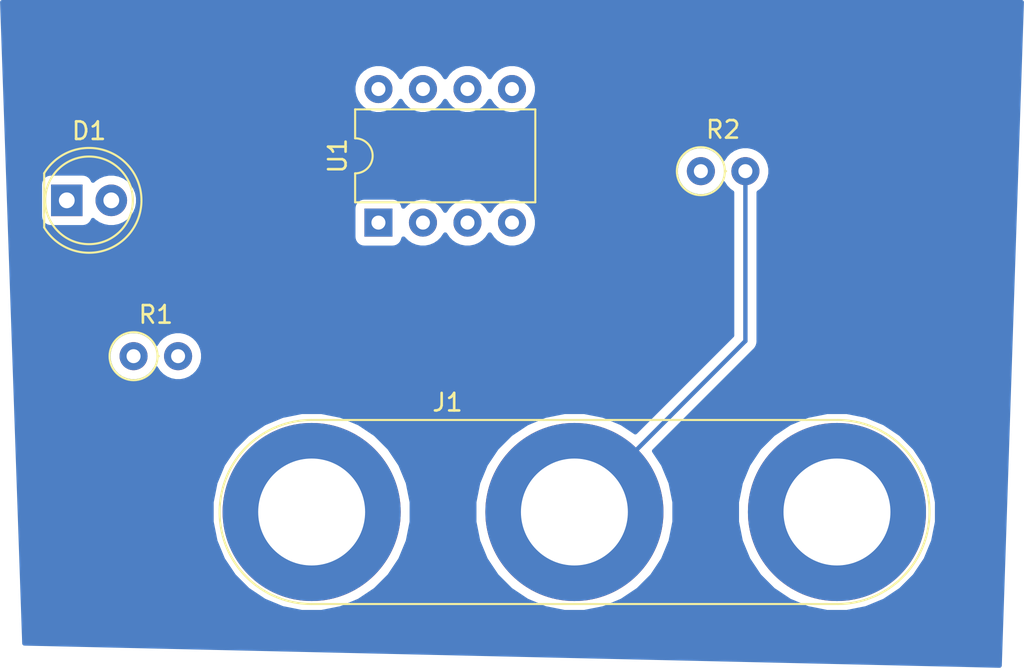
<source format=kicad_pcb>
(kicad_pcb (version 20171130) (host pcbnew 5.1.6-c6e7f7d~87~ubuntu18.04.1)

  (general
    (thickness 1.6)
    (drawings 0)
    (tracks 25)
    (zones 0)
    (modules 5)
    (nets 11)
  )

  (page A4)
  (layers
    (0 F.Cu signal)
    (1 In1.Cu signal)
    (2 In2.Cu signal)
    (31 B.Cu signal)
    (32 B.Adhes user)
    (33 F.Adhes user)
    (34 B.Paste user)
    (35 F.Paste user)
    (36 B.SilkS user)
    (37 F.SilkS user)
    (38 B.Mask user)
    (39 F.Mask user)
    (40 Dwgs.User user)
    (41 Cmts.User user)
    (42 Eco1.User user)
    (43 Eco2.User user)
    (44 Edge.Cuts user)
    (45 Margin user)
    (46 B.CrtYd user)
    (47 F.CrtYd user)
    (48 B.Fab user)
    (49 F.Fab user)
  )

  (setup
    (last_trace_width 0.25)
    (user_trace_width 0.6096)
    (trace_clearance 0.2)
    (zone_clearance 0.508)
    (zone_45_only no)
    (trace_min 0.2)
    (via_size 0.8)
    (via_drill 0.4)
    (via_min_size 0.4)
    (via_min_drill 0.3)
    (uvia_size 0.3)
    (uvia_drill 0.1)
    (uvias_allowed no)
    (uvia_min_size 0.2)
    (uvia_min_drill 0.1)
    (edge_width 0.05)
    (segment_width 0.2)
    (pcb_text_width 0.3)
    (pcb_text_size 1.5 1.5)
    (mod_edge_width 0.12)
    (mod_text_size 1 1)
    (mod_text_width 0.15)
    (pad_size 1.524 1.524)
    (pad_drill 0.762)
    (pad_to_mask_clearance 0.05)
    (aux_axis_origin 0 0)
    (visible_elements FFFFFF7F)
    (pcbplotparams
      (layerselection 0x010fc_ffffffff)
      (usegerberextensions false)
      (usegerberattributes true)
      (usegerberadvancedattributes true)
      (creategerberjobfile true)
      (excludeedgelayer true)
      (linewidth 0.100000)
      (plotframeref false)
      (viasonmask false)
      (mode 1)
      (useauxorigin false)
      (hpglpennumber 1)
      (hpglpenspeed 20)
      (hpglpendiameter 15.000000)
      (psnegative false)
      (psa4output false)
      (plotreference true)
      (plotvalue true)
      (plotinvisibletext false)
      (padsonsilk false)
      (subtractmaskfromsilk false)
      (outputformat 1)
      (mirror false)
      (drillshape 1)
      (scaleselection 1)
      (outputdirectory ""))
  )

  (net 0 "")
  (net 1 "Net-(D1-Pad1)")
  (net 2 "Net-(D1-Pad2)")
  (net 3 VCC)
  (net 4 GND)
  (net 5 "Net-(J1-Pad2)")
  (net 6 /INPUT)
  (net 7 "Net-(U1-Pad5)")
  (net 8 "Net-(U1-Pad2)")
  (net 9 "Net-(U1-Pad3)")
  (net 10 "Net-(U1-Pad4)")

  (net_class Default "This is the default net class."
    (clearance 0.2)
    (trace_width 0.25)
    (via_dia 0.8)
    (via_drill 0.4)
    (uvia_dia 0.3)
    (uvia_drill 0.1)
    (add_net /INPUT)
    (add_net GND)
    (add_net "Net-(D1-Pad1)")
    (add_net "Net-(D1-Pad2)")
    (add_net "Net-(J1-Pad2)")
    (add_net "Net-(U1-Pad2)")
    (add_net "Net-(U1-Pad3)")
    (add_net "Net-(U1-Pad4)")
    (add_net "Net-(U1-Pad5)")
    (add_net VCC)
  )

  (module LED_THT:LED_D5.0mm (layer F.Cu) (tedit 5995936A) (tstamp 5F3E97CD)
    (at 104.14 -421.64)
    (descr "LED, diameter 5.0mm, 2 pins, http://cdn-reichelt.de/documents/datenblatt/A500/LL-504BC2E-009.pdf")
    (tags "LED diameter 5.0mm 2 pins")
    (path /5F3E2989)
    (fp_text reference D1 (at 1.27 -3.96) (layer F.SilkS)
      (effects (font (size 1 1) (thickness 0.15)))
    )
    (fp_text value LED (at 1.27 3.96) (layer F.Fab)
      (effects (font (size 1 1) (thickness 0.15)))
    )
    (fp_line (start 4.5 -3.25) (end -1.95 -3.25) (layer F.CrtYd) (width 0.05))
    (fp_line (start 4.5 3.25) (end 4.5 -3.25) (layer F.CrtYd) (width 0.05))
    (fp_line (start -1.95 3.25) (end 4.5 3.25) (layer F.CrtYd) (width 0.05))
    (fp_line (start -1.95 -3.25) (end -1.95 3.25) (layer F.CrtYd) (width 0.05))
    (fp_line (start -1.29 -1.545) (end -1.29 1.545) (layer F.SilkS) (width 0.12))
    (fp_line (start -1.23 -1.469694) (end -1.23 1.469694) (layer F.Fab) (width 0.1))
    (fp_circle (center 1.27 0) (end 3.77 0) (layer F.SilkS) (width 0.12))
    (fp_circle (center 1.27 0) (end 3.77 0) (layer F.Fab) (width 0.1))
    (fp_arc (start 1.27 0) (end -1.23 -1.469694) (angle 299.1) (layer F.Fab) (width 0.1))
    (fp_arc (start 1.27 0) (end -1.29 -1.54483) (angle 148.9) (layer F.SilkS) (width 0.12))
    (fp_arc (start 1.27 0) (end -1.29 1.54483) (angle -148.9) (layer F.SilkS) (width 0.12))
    (fp_text user %R (at 1.25 0) (layer F.Fab)
      (effects (font (size 0.8 0.8) (thickness 0.2)))
    )
    (pad 1 thru_hole rect (at 0 0) (size 1.8 1.8) (drill 0.9) (layers *.Cu *.Mask)
      (net 1 "Net-(D1-Pad1)"))
    (pad 2 thru_hole circle (at 2.54 0) (size 1.8 1.8) (drill 0.9) (layers *.Cu *.Mask)
      (net 2 "Net-(D1-Pad2)"))
    (model ${KISYS3DMOD}/LED_THT.3dshapes/LED_D5.0mm.wrl
      (at (xyz 0 0 0))
      (scale (xyz 1 1 1))
      (rotate (xyz 0 0 0))
    )
  )

  (module Connector:Banana_Jack_3Pin (layer F.Cu) (tedit 5A1AB217) (tstamp 5F3E97E3)
    (at 118.11 -403.86)
    (descr "Triple banana socket, footprint - 3 x 6mm drills")
    (tags "banana socket")
    (path /5F3E2F56)
    (fp_text reference J1 (at 7.75 -6.25) (layer F.SilkS)
      (effects (font (size 1 1) (thickness 0.15)))
    )
    (fp_text value MYCONN3 (at 22.5 -6.25) (layer F.Fab)
      (effects (font (size 1 1) (thickness 0.15)))
    )
    (fp_circle (center 0 0) (end 2 0) (layer F.Fab) (width 0.1))
    (fp_circle (center 0 0) (end 4.75 0) (layer F.Fab) (width 0.1))
    (fp_circle (center 15 0) (end 17 0) (layer F.Fab) (width 0.1))
    (fp_circle (center 15 0) (end 19.75 0) (layer F.Fab) (width 0.1))
    (fp_circle (center 30 0) (end 30 -4.75) (layer F.Fab) (width 0.1))
    (fp_circle (center 30 0) (end 30 -2) (layer F.Fab) (width 0.1))
    (fp_line (start 30 -5.25) (end 0 -5.25) (layer F.SilkS) (width 0.12))
    (fp_line (start 0 5.25) (end 30 5.25) (layer F.SilkS) (width 0.12))
    (fp_line (start 0 -5.5) (end 30 -5.5) (layer F.CrtYd) (width 0.05))
    (fp_line (start 30 5.5) (end 0 5.5) (layer F.CrtYd) (width 0.05))
    (fp_text user %R (at 14.99 0) (layer F.Fab)
      (effects (font (size 0.8 0.8) (thickness 0.12)))
    )
    (fp_arc (start 0 0) (end 0 5.5) (angle 180) (layer F.CrtYd) (width 0.05))
    (fp_arc (start 30 0) (end 30 -5.5) (angle 180) (layer F.CrtYd) (width 0.05))
    (fp_arc (start 30 0) (end 30 -5.25) (angle 180) (layer F.SilkS) (width 0.12))
    (fp_arc (start 0 0) (end 0 5.25) (angle 180) (layer F.SilkS) (width 0.12))
    (pad 1 thru_hole circle (at 0 0) (size 10.16 10.16) (drill 6.1) (layers *.Cu *.Mask)
      (net 3 VCC))
    (pad 3 thru_hole circle (at 29.97 0) (size 10.16 10.16) (drill 6.1) (layers *.Cu *.Mask)
      (net 4 GND))
    (pad 2 thru_hole circle (at 14.99 0) (size 10.16 10.16) (drill 6.1) (layers *.Cu *.Mask)
      (net 5 "Net-(J1-Pad2)"))
    (model ${KISYS3DMOD}/Connector.3dshapes/Banana_Jack_3Pin.wrl
      (offset (xyz 14.9999997746626 0 0))
      (scale (xyz 2 2 2))
      (rotate (xyz 0 0 0))
    )
  )

  (module Resistor_THT:R_Axial_DIN0207_L6.3mm_D2.5mm_P2.54mm_Vertical (layer F.Cu) (tedit 5AE5139B) (tstamp 5F3E97F2)
    (at 107.95 -412.75)
    (descr "Resistor, Axial_DIN0207 series, Axial, Vertical, pin pitch=2.54mm, 0.25W = 1/4W, length*diameter=6.3*2.5mm^2, http://cdn-reichelt.de/documents/datenblatt/B400/1_4W%23YAG.pdf")
    (tags "Resistor Axial_DIN0207 series Axial Vertical pin pitch 2.54mm 0.25W = 1/4W length 6.3mm diameter 2.5mm")
    (path /5F3E13A9)
    (fp_text reference R1 (at 1.27 -2.37) (layer F.SilkS)
      (effects (font (size 1 1) (thickness 0.15)))
    )
    (fp_text value 1k (at 1.27 2.37) (layer F.Fab)
      (effects (font (size 1 1) (thickness 0.15)))
    )
    (fp_line (start 3.59 -1.5) (end -1.5 -1.5) (layer F.CrtYd) (width 0.05))
    (fp_line (start 3.59 1.5) (end 3.59 -1.5) (layer F.CrtYd) (width 0.05))
    (fp_line (start -1.5 1.5) (end 3.59 1.5) (layer F.CrtYd) (width 0.05))
    (fp_line (start -1.5 -1.5) (end -1.5 1.5) (layer F.CrtYd) (width 0.05))
    (fp_line (start 1.37 0) (end 1.44 0) (layer F.SilkS) (width 0.12))
    (fp_line (start 0 0) (end 2.54 0) (layer F.Fab) (width 0.1))
    (fp_circle (center 0 0) (end 1.37 0) (layer F.SilkS) (width 0.12))
    (fp_circle (center 0 0) (end 1.25 0) (layer F.Fab) (width 0.1))
    (fp_text user %R (at 1.27 -2.37) (layer F.Fab)
      (effects (font (size 1 1) (thickness 0.15)))
    )
    (pad 1 thru_hole circle (at 0 0) (size 1.6 1.6) (drill 0.8) (layers *.Cu *.Mask)
      (net 2 "Net-(D1-Pad2)"))
    (pad 2 thru_hole oval (at 2.54 0) (size 1.6 1.6) (drill 0.8) (layers *.Cu *.Mask)
      (net 3 VCC))
    (model ${KISYS3DMOD}/Resistor_THT.3dshapes/R_Axial_DIN0207_L6.3mm_D2.5mm_P2.54mm_Vertical.wrl
      (at (xyz 0 0 0))
      (scale (xyz 1 1 1))
      (rotate (xyz 0 0 0))
    )
  )

  (module Resistor_THT:R_Axial_DIN0207_L6.3mm_D2.5mm_P2.54mm_Vertical (layer F.Cu) (tedit 5AE5139B) (tstamp 5F3E9801)
    (at 140.315 -423.305)
    (descr "Resistor, Axial_DIN0207 series, Axial, Vertical, pin pitch=2.54mm, 0.25W = 1/4W, length*diameter=6.3*2.5mm^2, http://cdn-reichelt.de/documents/datenblatt/B400/1_4W%23YAG.pdf")
    (tags "Resistor Axial_DIN0207 series Axial Vertical pin pitch 2.54mm 0.25W = 1/4W length 6.3mm diameter 2.5mm")
    (path /5F3E1BB9)
    (fp_text reference R2 (at 1.27 -2.37) (layer F.SilkS)
      (effects (font (size 1 1) (thickness 0.15)))
    )
    (fp_text value 100 (at 1.27 2.37) (layer F.Fab)
      (effects (font (size 1 1) (thickness 0.15)))
    )
    (fp_text user %R (at 1.27 -2.37) (layer F.Fab)
      (effects (font (size 1 1) (thickness 0.15)))
    )
    (fp_circle (center 0 0) (end 1.25 0) (layer F.Fab) (width 0.1))
    (fp_circle (center 0 0) (end 1.37 0) (layer F.SilkS) (width 0.12))
    (fp_line (start 0 0) (end 2.54 0) (layer F.Fab) (width 0.1))
    (fp_line (start 1.37 0) (end 1.44 0) (layer F.SilkS) (width 0.12))
    (fp_line (start -1.5 -1.5) (end -1.5 1.5) (layer F.CrtYd) (width 0.05))
    (fp_line (start -1.5 1.5) (end 3.59 1.5) (layer F.CrtYd) (width 0.05))
    (fp_line (start 3.59 1.5) (end 3.59 -1.5) (layer F.CrtYd) (width 0.05))
    (fp_line (start 3.59 -1.5) (end -1.5 -1.5) (layer F.CrtYd) (width 0.05))
    (pad 2 thru_hole oval (at 2.54 0) (size 1.6 1.6) (drill 0.8) (layers *.Cu *.Mask)
      (net 5 "Net-(J1-Pad2)"))
    (pad 1 thru_hole circle (at 0 0) (size 1.6 1.6) (drill 0.8) (layers *.Cu *.Mask)
      (net 6 /INPUT))
    (model ${KISYS3DMOD}/Resistor_THT.3dshapes/R_Axial_DIN0207_L6.3mm_D2.5mm_P2.54mm_Vertical.wrl
      (at (xyz 0 0 0))
      (scale (xyz 1 1 1))
      (rotate (xyz 0 0 0))
    )
  )

  (module Package_DIP:DIP-8_W7.62mm (layer F.Cu) (tedit 5A02E8C5) (tstamp 5F3E981D)
    (at 121.92 -420.37 90)
    (descr "8-lead though-hole mounted DIP package, row spacing 7.62 mm (300 mils)")
    (tags "THT DIP DIL PDIP 2.54mm 7.62mm 300mil")
    (path /5F3E1F69)
    (fp_text reference U1 (at 3.81 -2.33 90) (layer F.SilkS)
      (effects (font (size 1 1) (thickness 0.15)))
    )
    (fp_text value PIC12F508-ISN (at 3.81 9.95 90) (layer F.Fab)
      (effects (font (size 1 1) (thickness 0.15)))
    )
    (fp_line (start 8.7 -1.55) (end -1.1 -1.55) (layer F.CrtYd) (width 0.05))
    (fp_line (start 8.7 9.15) (end 8.7 -1.55) (layer F.CrtYd) (width 0.05))
    (fp_line (start -1.1 9.15) (end 8.7 9.15) (layer F.CrtYd) (width 0.05))
    (fp_line (start -1.1 -1.55) (end -1.1 9.15) (layer F.CrtYd) (width 0.05))
    (fp_line (start 6.46 -1.33) (end 4.81 -1.33) (layer F.SilkS) (width 0.12))
    (fp_line (start 6.46 8.95) (end 6.46 -1.33) (layer F.SilkS) (width 0.12))
    (fp_line (start 1.16 8.95) (end 6.46 8.95) (layer F.SilkS) (width 0.12))
    (fp_line (start 1.16 -1.33) (end 1.16 8.95) (layer F.SilkS) (width 0.12))
    (fp_line (start 2.81 -1.33) (end 1.16 -1.33) (layer F.SilkS) (width 0.12))
    (fp_line (start 0.635 -0.27) (end 1.635 -1.27) (layer F.Fab) (width 0.1))
    (fp_line (start 0.635 8.89) (end 0.635 -0.27) (layer F.Fab) (width 0.1))
    (fp_line (start 6.985 8.89) (end 0.635 8.89) (layer F.Fab) (width 0.1))
    (fp_line (start 6.985 -1.27) (end 6.985 8.89) (layer F.Fab) (width 0.1))
    (fp_line (start 1.635 -1.27) (end 6.985 -1.27) (layer F.Fab) (width 0.1))
    (fp_arc (start 3.81 -1.33) (end 2.81 -1.33) (angle -180) (layer F.SilkS) (width 0.12))
    (fp_text user %R (at 3.81 3.81 90) (layer F.Fab)
      (effects (font (size 1 1) (thickness 0.15)))
    )
    (pad 1 thru_hole rect (at 0 0 90) (size 1.6 1.6) (drill 0.8) (layers *.Cu *.Mask)
      (net 3 VCC))
    (pad 5 thru_hole oval (at 7.62 7.62 90) (size 1.6 1.6) (drill 0.8) (layers *.Cu *.Mask)
      (net 7 "Net-(U1-Pad5)"))
    (pad 2 thru_hole oval (at 0 2.54 90) (size 1.6 1.6) (drill 0.8) (layers *.Cu *.Mask)
      (net 8 "Net-(U1-Pad2)"))
    (pad 6 thru_hole oval (at 7.62 5.08 90) (size 1.6 1.6) (drill 0.8) (layers *.Cu *.Mask)
      (net 6 /INPUT))
    (pad 3 thru_hole oval (at 0 5.08 90) (size 1.6 1.6) (drill 0.8) (layers *.Cu *.Mask)
      (net 9 "Net-(U1-Pad3)"))
    (pad 7 thru_hole oval (at 7.62 2.54 90) (size 1.6 1.6) (drill 0.8) (layers *.Cu *.Mask)
      (net 1 "Net-(D1-Pad1)"))
    (pad 4 thru_hole oval (at 0 7.62 90) (size 1.6 1.6) (drill 0.8) (layers *.Cu *.Mask)
      (net 10 "Net-(U1-Pad4)"))
    (pad 8 thru_hole oval (at 7.62 0 90) (size 1.6 1.6) (drill 0.8) (layers *.Cu *.Mask)
      (net 4 GND))
    (model ${KISYS3DMOD}/Package_DIP.3dshapes/DIP-8_W7.62mm.wrl
      (at (xyz 0 0 0))
      (scale (xyz 1 1 1))
      (rotate (xyz 0 0 0))
    )
  )

  (segment (start 104.14 -421.64) (end 105.3653 -421.64) (width 0.25) (layer In2.Cu) (net 1))
  (segment (start 124.46 -427.99) (end 123.3347 -427.99) (width 0.25) (layer In2.Cu) (net 1))
  (segment (start 123.3347 -427.99) (end 123.3347 -427.7086) (width 0.25) (layer In2.Cu) (net 1))
  (segment (start 123.3347 -427.7086) (end 118.4914 -422.8653) (width 0.25) (layer In2.Cu) (net 1))
  (segment (start 118.4914 -422.8653) (end 106.131 -422.8653) (width 0.25) (layer In2.Cu) (net 1))
  (segment (start 106.131 -422.8653) (end 105.3653 -422.0996) (width 0.25) (layer In2.Cu) (net 1))
  (segment (start 105.3653 -422.0996) (end 105.3653 -421.64) (width 0.25) (layer In2.Cu) (net 1))
  (segment (start 107.95 -412.75) (end 107.95 -420.37) (width 0.25) (layer In1.Cu) (net 2))
  (segment (start 107.95 -420.37) (end 106.68 -421.64) (width 0.25) (layer In1.Cu) (net 2))
  (segment (start 118.11 -412.75) (end 118.11 -403.86) (width 0.25) (layer In1.Cu) (net 3))
  (segment (start 121.92 -419.2447) (end 118.11 -415.4347) (width 0.25) (layer In1.Cu) (net 3))
  (segment (start 118.11 -415.4347) (end 118.11 -412.75) (width 0.25) (layer In1.Cu) (net 3))
  (segment (start 110.49 -412.75) (end 118.11 -412.75) (width 0.25) (layer In1.Cu) (net 3))
  (segment (start 121.92 -420.37) (end 121.92 -419.2447) (width 0.25) (layer In1.Cu) (net 3))
  (segment (start 121.92 -427.99) (end 123.0453 -427.99) (width 0.25) (layer In1.Cu) (net 4))
  (segment (start 123.0453 -427.99) (end 123.0453 -427.7086) (width 0.25) (layer In1.Cu) (net 4))
  (segment (start 123.0453 -427.7086) (end 123.8892 -426.8647) (width 0.25) (layer In1.Cu) (net 4))
  (segment (start 123.8892 -426.8647) (end 125.0753 -426.8647) (width 0.25) (layer In1.Cu) (net 4))
  (segment (start 125.0753 -426.8647) (end 148.08 -403.86) (width 0.25) (layer In1.Cu) (net 4))
  (segment (start 142.855 -423.305) (end 142.855 -413.615) (width 0.25) (layer B.Cu) (net 5))
  (segment (start 142.855 -413.615) (end 133.1 -403.86) (width 0.25) (layer B.Cu) (net 5))
  (segment (start 127 -427.99) (end 128.1253 -427.99) (width 0.25) (layer In2.Cu) (net 6))
  (segment (start 128.1253 -427.99) (end 128.1253 -427.7087) (width 0.25) (layer In2.Cu) (net 6))
  (segment (start 128.1253 -427.7087) (end 132.529 -423.305) (width 0.25) (layer In2.Cu) (net 6))
  (segment (start 132.529 -423.305) (end 140.315 -423.305) (width 0.25) (layer In2.Cu) (net 6))

  (zone (net 0) (net_name "") (layer B.Cu) (tstamp 0) (hatch edge 0.508)
    (connect_pads (clearance 0.508))
    (min_thickness 0.254)
    (fill yes (arc_segments 32) (thermal_gap 0.508) (thermal_bridge_width 0.508))
    (polygon
      (pts
        (xy 157.48 -394.97) (xy 101.6 -396.24) (xy 100.33 -433.07) (xy 158.75 -433.07)
      )
    )
    (filled_polygon
      (pts
        (xy 157.357256 -395.099822) (xy 101.722792 -396.364242) (xy 101.444909 -404.422878) (xy 112.395 -404.422878) (xy 112.395 -403.297122)
        (xy 112.614625 -402.192996) (xy 113.045433 -401.152933) (xy 113.67087 -400.2169) (xy 114.4669 -399.42087) (xy 115.402933 -398.795433)
        (xy 116.442996 -398.364625) (xy 117.547122 -398.145) (xy 118.672878 -398.145) (xy 119.777004 -398.364625) (xy 120.817067 -398.795433)
        (xy 121.7531 -399.42087) (xy 122.54913 -400.2169) (xy 123.174567 -401.152933) (xy 123.605375 -402.192996) (xy 123.825 -403.297122)
        (xy 123.825 -404.422878) (xy 127.385 -404.422878) (xy 127.385 -403.297122) (xy 127.604625 -402.192996) (xy 128.035433 -401.152933)
        (xy 128.66087 -400.2169) (xy 129.4569 -399.42087) (xy 130.392933 -398.795433) (xy 131.432996 -398.364625) (xy 132.537122 -398.145)
        (xy 133.662878 -398.145) (xy 134.767004 -398.364625) (xy 135.807067 -398.795433) (xy 136.7431 -399.42087) (xy 137.53913 -400.2169)
        (xy 138.164567 -401.152933) (xy 138.595375 -402.192996) (xy 138.815 -403.297122) (xy 138.815 -404.422878) (xy 142.365 -404.422878)
        (xy 142.365 -403.297122) (xy 142.584625 -402.192996) (xy 143.015433 -401.152933) (xy 143.64087 -400.2169) (xy 144.4369 -399.42087)
        (xy 145.372933 -398.795433) (xy 146.412996 -398.364625) (xy 147.517122 -398.145) (xy 148.642878 -398.145) (xy 149.747004 -398.364625)
        (xy 150.787067 -398.795433) (xy 151.7231 -399.42087) (xy 152.51913 -400.2169) (xy 153.144567 -401.152933) (xy 153.575375 -402.192996)
        (xy 153.795 -403.297122) (xy 153.795 -404.422878) (xy 153.575375 -405.527004) (xy 153.144567 -406.567067) (xy 152.51913 -407.5031)
        (xy 151.7231 -408.29913) (xy 150.787067 -408.924567) (xy 149.747004 -409.355375) (xy 148.642878 -409.575) (xy 147.517122 -409.575)
        (xy 146.412996 -409.355375) (xy 145.372933 -408.924567) (xy 144.4369 -408.29913) (xy 143.64087 -407.5031) (xy 143.015433 -406.567067)
        (xy 142.584625 -405.527004) (xy 142.365 -404.422878) (xy 138.815 -404.422878) (xy 138.595375 -405.527004) (xy 138.164567 -406.567067)
        (xy 137.65079 -407.335989) (xy 143.366003 -413.051201) (xy 143.395001 -413.074999) (xy 143.489974 -413.190724) (xy 143.560546 -413.322753)
        (xy 143.604003 -413.466014) (xy 143.615 -413.577667) (xy 143.615 -413.577676) (xy 143.618676 -413.614999) (xy 143.615 -413.652322)
        (xy 143.615 -422.086957) (xy 143.769759 -422.190363) (xy 143.969637 -422.390241) (xy 144.12668 -422.625273) (xy 144.234853 -422.886426)
        (xy 144.29 -423.163665) (xy 144.29 -423.446335) (xy 144.234853 -423.723574) (xy 144.12668 -423.984727) (xy 143.969637 -424.219759)
        (xy 143.769759 -424.419637) (xy 143.534727 -424.57668) (xy 143.273574 -424.684853) (xy 142.996335 -424.74) (xy 142.713665 -424.74)
        (xy 142.436426 -424.684853) (xy 142.175273 -424.57668) (xy 141.940241 -424.419637) (xy 141.740363 -424.219759) (xy 141.585 -423.987241)
        (xy 141.429637 -424.219759) (xy 141.229759 -424.419637) (xy 140.994727 -424.57668) (xy 140.733574 -424.684853) (xy 140.456335 -424.74)
        (xy 140.173665 -424.74) (xy 139.896426 -424.684853) (xy 139.635273 -424.57668) (xy 139.400241 -424.419637) (xy 139.200363 -424.219759)
        (xy 139.04332 -423.984727) (xy 138.935147 -423.723574) (xy 138.88 -423.446335) (xy 138.88 -423.163665) (xy 138.935147 -422.886426)
        (xy 139.04332 -422.625273) (xy 139.200363 -422.390241) (xy 139.400241 -422.190363) (xy 139.635273 -422.03332) (xy 139.896426 -421.925147)
        (xy 140.173665 -421.87) (xy 140.456335 -421.87) (xy 140.733574 -421.925147) (xy 140.994727 -422.03332) (xy 141.229759 -422.190363)
        (xy 141.429637 -422.390241) (xy 141.585 -422.622759) (xy 141.740363 -422.390241) (xy 141.940241 -422.190363) (xy 142.095 -422.086956)
        (xy 142.095001 -413.929803) (xy 136.575989 -408.41079) (xy 135.807067 -408.924567) (xy 134.767004 -409.355375) (xy 133.662878 -409.575)
        (xy 132.537122 -409.575) (xy 131.432996 -409.355375) (xy 130.392933 -408.924567) (xy 129.4569 -408.29913) (xy 128.66087 -407.5031)
        (xy 128.035433 -406.567067) (xy 127.604625 -405.527004) (xy 127.385 -404.422878) (xy 123.825 -404.422878) (xy 123.605375 -405.527004)
        (xy 123.174567 -406.567067) (xy 122.54913 -407.5031) (xy 121.7531 -408.29913) (xy 120.817067 -408.924567) (xy 119.777004 -409.355375)
        (xy 118.672878 -409.575) (xy 117.547122 -409.575) (xy 116.442996 -409.355375) (xy 115.402933 -408.924567) (xy 114.4669 -408.29913)
        (xy 113.67087 -407.5031) (xy 113.045433 -406.567067) (xy 112.614625 -405.527004) (xy 112.395 -404.422878) (xy 101.444909 -404.422878)
        (xy 101.152893 -412.891335) (xy 106.515 -412.891335) (xy 106.515 -412.608665) (xy 106.570147 -412.331426) (xy 106.67832 -412.070273)
        (xy 106.835363 -411.835241) (xy 107.035241 -411.635363) (xy 107.270273 -411.47832) (xy 107.531426 -411.370147) (xy 107.808665 -411.315)
        (xy 108.091335 -411.315) (xy 108.368574 -411.370147) (xy 108.629727 -411.47832) (xy 108.864759 -411.635363) (xy 109.064637 -411.835241)
        (xy 109.22 -412.067759) (xy 109.375363 -411.835241) (xy 109.575241 -411.635363) (xy 109.810273 -411.47832) (xy 110.071426 -411.370147)
        (xy 110.348665 -411.315) (xy 110.631335 -411.315) (xy 110.908574 -411.370147) (xy 111.169727 -411.47832) (xy 111.404759 -411.635363)
        (xy 111.604637 -411.835241) (xy 111.76168 -412.070273) (xy 111.869853 -412.331426) (xy 111.925 -412.608665) (xy 111.925 -412.891335)
        (xy 111.869853 -413.168574) (xy 111.76168 -413.429727) (xy 111.604637 -413.664759) (xy 111.404759 -413.864637) (xy 111.169727 -414.02168)
        (xy 110.908574 -414.129853) (xy 110.631335 -414.185) (xy 110.348665 -414.185) (xy 110.071426 -414.129853) (xy 109.810273 -414.02168)
        (xy 109.575241 -413.864637) (xy 109.375363 -413.664759) (xy 109.22 -413.432241) (xy 109.064637 -413.664759) (xy 108.864759 -413.864637)
        (xy 108.629727 -414.02168) (xy 108.368574 -414.129853) (xy 108.091335 -414.185) (xy 107.808665 -414.185) (xy 107.531426 -414.129853)
        (xy 107.270273 -414.02168) (xy 107.035241 -413.864637) (xy 106.835363 -413.664759) (xy 106.67832 -413.429727) (xy 106.570147 -413.168574)
        (xy 106.515 -412.891335) (xy 101.152893 -412.891335) (xy 100.82018 -422.54) (xy 102.601928 -422.54) (xy 102.601928 -420.74)
        (xy 102.614188 -420.615518) (xy 102.650498 -420.49582) (xy 102.709463 -420.385506) (xy 102.788815 -420.288815) (xy 102.885506 -420.209463)
        (xy 102.99582 -420.150498) (xy 103.115518 -420.114188) (xy 103.24 -420.101928) (xy 105.04 -420.101928) (xy 105.164482 -420.114188)
        (xy 105.28418 -420.150498) (xy 105.394494 -420.209463) (xy 105.491185 -420.288815) (xy 105.570537 -420.385506) (xy 105.629502 -420.49582)
        (xy 105.635056 -420.514127) (xy 105.701495 -420.447688) (xy 105.952905 -420.279701) (xy 106.232257 -420.163989) (xy 106.528816 -420.105)
        (xy 106.831184 -420.105) (xy 107.127743 -420.163989) (xy 107.407095 -420.279701) (xy 107.658505 -420.447688) (xy 107.872312 -420.661495)
        (xy 108.040299 -420.912905) (xy 108.146791 -421.17) (xy 120.481928 -421.17) (xy 120.481928 -419.57) (xy 120.494188 -419.445518)
        (xy 120.530498 -419.32582) (xy 120.589463 -419.215506) (xy 120.668815 -419.118815) (xy 120.765506 -419.039463) (xy 120.87582 -418.980498)
        (xy 120.995518 -418.944188) (xy 121.12 -418.931928) (xy 122.72 -418.931928) (xy 122.844482 -418.944188) (xy 122.96418 -418.980498)
        (xy 123.074494 -419.039463) (xy 123.171185 -419.118815) (xy 123.250537 -419.215506) (xy 123.309502 -419.32582) (xy 123.345812 -419.445518)
        (xy 123.346643 -419.453961) (xy 123.545241 -419.255363) (xy 123.780273 -419.09832) (xy 124.041426 -418.990147) (xy 124.318665 -418.935)
        (xy 124.601335 -418.935) (xy 124.878574 -418.990147) (xy 125.139727 -419.09832) (xy 125.374759 -419.255363) (xy 125.574637 -419.455241)
        (xy 125.73 -419.687759) (xy 125.885363 -419.455241) (xy 126.085241 -419.255363) (xy 126.320273 -419.09832) (xy 126.581426 -418.990147)
        (xy 126.858665 -418.935) (xy 127.141335 -418.935) (xy 127.418574 -418.990147) (xy 127.679727 -419.09832) (xy 127.914759 -419.255363)
        (xy 128.114637 -419.455241) (xy 128.27 -419.687759) (xy 128.425363 -419.455241) (xy 128.625241 -419.255363) (xy 128.860273 -419.09832)
        (xy 129.121426 -418.990147) (xy 129.398665 -418.935) (xy 129.681335 -418.935) (xy 129.958574 -418.990147) (xy 130.219727 -419.09832)
        (xy 130.454759 -419.255363) (xy 130.654637 -419.455241) (xy 130.81168 -419.690273) (xy 130.919853 -419.951426) (xy 130.975 -420.228665)
        (xy 130.975 -420.511335) (xy 130.919853 -420.788574) (xy 130.81168 -421.049727) (xy 130.654637 -421.284759) (xy 130.454759 -421.484637)
        (xy 130.219727 -421.64168) (xy 129.958574 -421.749853) (xy 129.681335 -421.805) (xy 129.398665 -421.805) (xy 129.121426 -421.749853)
        (xy 128.860273 -421.64168) (xy 128.625241 -421.484637) (xy 128.425363 -421.284759) (xy 128.27 -421.052241) (xy 128.114637 -421.284759)
        (xy 127.914759 -421.484637) (xy 127.679727 -421.64168) (xy 127.418574 -421.749853) (xy 127.141335 -421.805) (xy 126.858665 -421.805)
        (xy 126.581426 -421.749853) (xy 126.320273 -421.64168) (xy 126.085241 -421.484637) (xy 125.885363 -421.284759) (xy 125.73 -421.052241)
        (xy 125.574637 -421.284759) (xy 125.374759 -421.484637) (xy 125.139727 -421.64168) (xy 124.878574 -421.749853) (xy 124.601335 -421.805)
        (xy 124.318665 -421.805) (xy 124.041426 -421.749853) (xy 123.780273 -421.64168) (xy 123.545241 -421.484637) (xy 123.346643 -421.286039)
        (xy 123.345812 -421.294482) (xy 123.309502 -421.41418) (xy 123.250537 -421.524494) (xy 123.171185 -421.621185) (xy 123.074494 -421.700537)
        (xy 122.96418 -421.759502) (xy 122.844482 -421.795812) (xy 122.72 -421.808072) (xy 121.12 -421.808072) (xy 120.995518 -421.795812)
        (xy 120.87582 -421.759502) (xy 120.765506 -421.700537) (xy 120.668815 -421.621185) (xy 120.589463 -421.524494) (xy 120.530498 -421.41418)
        (xy 120.494188 -421.294482) (xy 120.481928 -421.17) (xy 108.146791 -421.17) (xy 108.156011 -421.192257) (xy 108.215 -421.488816)
        (xy 108.215 -421.791184) (xy 108.156011 -422.087743) (xy 108.040299 -422.367095) (xy 107.872312 -422.618505) (xy 107.658505 -422.832312)
        (xy 107.407095 -423.000299) (xy 107.127743 -423.116011) (xy 106.831184 -423.175) (xy 106.528816 -423.175) (xy 106.232257 -423.116011)
        (xy 105.952905 -423.000299) (xy 105.701495 -422.832312) (xy 105.635056 -422.765873) (xy 105.629502 -422.78418) (xy 105.570537 -422.894494)
        (xy 105.491185 -422.991185) (xy 105.394494 -423.070537) (xy 105.28418 -423.129502) (xy 105.164482 -423.165812) (xy 105.04 -423.178072)
        (xy 103.24 -423.178072) (xy 103.115518 -423.165812) (xy 102.99582 -423.129502) (xy 102.885506 -423.070537) (xy 102.788815 -422.991185)
        (xy 102.709463 -422.894494) (xy 102.650498 -422.78418) (xy 102.614188 -422.664482) (xy 102.601928 -422.54) (xy 100.82018 -422.54)
        (xy 100.627375 -428.131335) (xy 120.485 -428.131335) (xy 120.485 -427.848665) (xy 120.540147 -427.571426) (xy 120.64832 -427.310273)
        (xy 120.805363 -427.075241) (xy 121.005241 -426.875363) (xy 121.240273 -426.71832) (xy 121.501426 -426.610147) (xy 121.778665 -426.555)
        (xy 122.061335 -426.555) (xy 122.338574 -426.610147) (xy 122.599727 -426.71832) (xy 122.834759 -426.875363) (xy 123.034637 -427.075241)
        (xy 123.19 -427.307759) (xy 123.345363 -427.075241) (xy 123.545241 -426.875363) (xy 123.780273 -426.71832) (xy 124.041426 -426.610147)
        (xy 124.318665 -426.555) (xy 124.601335 -426.555) (xy 124.878574 -426.610147) (xy 125.139727 -426.71832) (xy 125.374759 -426.875363)
        (xy 125.574637 -427.075241) (xy 125.73 -427.307759) (xy 125.885363 -427.075241) (xy 126.085241 -426.875363) (xy 126.320273 -426.71832)
        (xy 126.581426 -426.610147) (xy 126.858665 -426.555) (xy 127.141335 -426.555) (xy 127.418574 -426.610147) (xy 127.679727 -426.71832)
        (xy 127.914759 -426.875363) (xy 128.114637 -427.075241) (xy 128.27 -427.307759) (xy 128.425363 -427.075241) (xy 128.625241 -426.875363)
        (xy 128.860273 -426.71832) (xy 129.121426 -426.610147) (xy 129.398665 -426.555) (xy 129.681335 -426.555) (xy 129.958574 -426.610147)
        (xy 130.219727 -426.71832) (xy 130.454759 -426.875363) (xy 130.654637 -427.075241) (xy 130.81168 -427.310273) (xy 130.919853 -427.571426)
        (xy 130.975 -427.848665) (xy 130.975 -428.131335) (xy 130.919853 -428.408574) (xy 130.81168 -428.669727) (xy 130.654637 -428.904759)
        (xy 130.454759 -429.104637) (xy 130.219727 -429.26168) (xy 129.958574 -429.369853) (xy 129.681335 -429.425) (xy 129.398665 -429.425)
        (xy 129.121426 -429.369853) (xy 128.860273 -429.26168) (xy 128.625241 -429.104637) (xy 128.425363 -428.904759) (xy 128.27 -428.672241)
        (xy 128.114637 -428.904759) (xy 127.914759 -429.104637) (xy 127.679727 -429.26168) (xy 127.418574 -429.369853) (xy 127.141335 -429.425)
        (xy 126.858665 -429.425) (xy 126.581426 -429.369853) (xy 126.320273 -429.26168) (xy 126.085241 -429.104637) (xy 125.885363 -428.904759)
        (xy 125.73 -428.672241) (xy 125.574637 -428.904759) (xy 125.374759 -429.104637) (xy 125.139727 -429.26168) (xy 124.878574 -429.369853)
        (xy 124.601335 -429.425) (xy 124.318665 -429.425) (xy 124.041426 -429.369853) (xy 123.780273 -429.26168) (xy 123.545241 -429.104637)
        (xy 123.345363 -428.904759) (xy 123.19 -428.672241) (xy 123.034637 -428.904759) (xy 122.834759 -429.104637) (xy 122.599727 -429.26168)
        (xy 122.338574 -429.369853) (xy 122.061335 -429.425) (xy 121.778665 -429.425) (xy 121.501426 -429.369853) (xy 121.240273 -429.26168)
        (xy 121.005241 -429.104637) (xy 120.805363 -428.904759) (xy 120.64832 -428.669727) (xy 120.540147 -428.408574) (xy 120.485 -428.131335)
        (xy 100.627375 -428.131335) (xy 100.461455 -432.943) (xy 158.618696 -432.943)
      )
    )
  )
)

</source>
